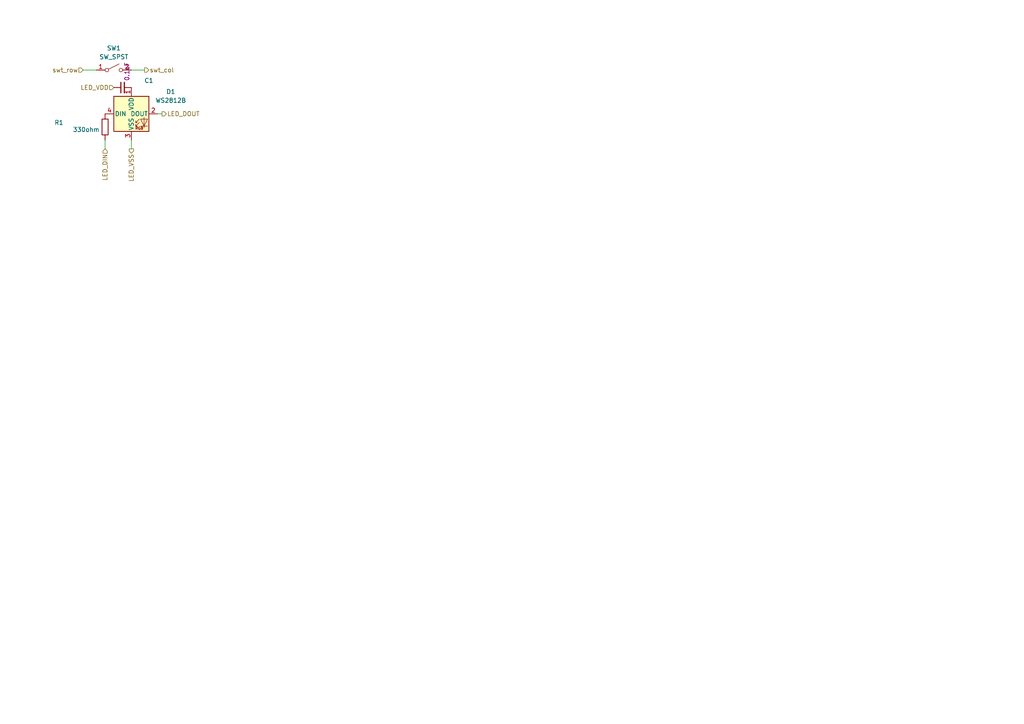
<source format=kicad_sch>
(kicad_sch (version 20250114) (generator "eeschema") (generator_version "9.0")
  (paper "A4")
  (title_block (rev "1 - do not edit connector pin layout.") (company "Henry's Software House"))
  (lib_symbols
    (symbol "LED:WS2812B" (pin_names (offset 0.254))
      (property "Reference" "D" (at 5.08 5.715 0))
      (property "Value" "WS2812B" (at 1.27 -5.715 0))
      (symbol "WS2812B_0_0"
        (text "RGB" (at 2.286 -4.191 0) (effects (font (size 0.762 0.762))))
      )
      (symbol "WS2812B_0_1"
        (polyline (pts (xy 1.27 -2.54) (xy 1.778 -2.54)))
        (polyline (pts (xy 1.27 -3.556) (xy 1.778 -3.556)))
        (polyline (pts (xy 2.286 -1.524) (xy 1.27 -2.54) (xy 1.27 -2.032)))
        (polyline (pts (xy 2.286 -2.54) (xy 1.27 -3.556) (xy 1.27 -3.048)))
        (polyline (pts (xy 3.683 -1.016) (xy 3.683 -3.556) (xy 3.683 -4.064)))
        (polyline (pts (xy 4.699 -1.524) (xy 2.667 -1.524) (xy 3.683 -3.556) (xy 4.699 -1.524)))
        (polyline (pts (xy 4.699 -3.556) (xy 2.667 -3.556)))
        (rectangle (start 5.08 5.08) (end -5.08 -5.08) (stroke (width 0.254)) (fill (type background)))
      )
      (symbol "WS2812B_1_1"
        (pin input line (at -7.62 0 0) (length 2.54) (name "DIN") (number "4"))
        (pin power_in line (at 0 7.62 270) (length 2.54) (name "VDD") (number "1"))
        (pin power_in line (at 0 -7.62 90) (length 2.54) (name "VSS") (number "3"))
        (pin output line (at 7.62 0 180) (length 2.54) (name "DOUT") (number "2"))
      )
    )
    (symbol "PCM_4ms_Capacitor:0.1uF_0603_16V" (pin_numbers (hide yes)) (pin_names (offset 0.254) (hide yes))
      (property "Reference" "C" (at 1.905 1.27 0))
      (property "Display" "0.1uF" (at 1.905 -1.27 0))
      (symbol "0.1uF_0603_16V_0_1"
        (polyline (pts (xy -1.524 0.508) (xy 1.524 0.508)) (stroke (width 0.3048)))
        (polyline (pts (xy -1.524 -0.508) (xy 1.524 -0.508)) (stroke (width 0.3302)))
      )
      (symbol "0.1uF_0603_16V_1_1"
        (pin passive line (at 0 2.54 270) (length 2.032) (name "~") (number "1"))
        (pin passive line (at 0 -2.54 90) (length 2.032) (name "~") (number "2"))
      )
    )
    (symbol "PCM_SL_Resistors:330ohm"
      (property "Reference" "R" (at 0 5.08 0))
      (property "Value" "330ohm" (at 0 2.54 0))
      (symbol "330ohm_0_1"
        (rectangle (start -2.286 0.889) (end 2.286 -0.889) (stroke (width 0.24)))
      )
      (symbol "330ohm_1_1"
        (pin passive line (at -3.81 0 0) (length 1.5) (name "") (number "1"))
        (pin passive line (at 3.81 0 180) (length 1.5) (name "~") (number "2"))
      )
    )
    (symbol "Switch:SW_SPST" (pin_names (offset 0) (hide yes))
      (property "Reference" "SW" (at 0 3.175 0))
      (property "Value" "SW_SPST" (at 0 -2.54 0))
      (symbol "SW_SPST_0_0"
        (circle (center -2.032 0) (radius 0.508))
        (polyline (pts (xy -1.524 0.254) (xy 1.524 1.778)))
        (circle (center 2.032 0) (radius 0.508))
      )
      (symbol "SW_SPST_1_1"
        (pin passive line (at -5.08 0 0) (length 2.54) (name "A") (number "1"))
        (pin passive line (at 5.08 0 180) (length 2.54) (name "B") (number "2"))
      )
    )
  )
  (wire (pts (xy 46.99 33.02) (xy 45.72 33.02)))
  (wire (pts (xy 38.1 43.18) (xy 38.1 40.64)))
  (wire (pts (xy 24.13 20.32) (xy 27.94 20.32)))
  (wire (pts (xy 30.48 43.18) (xy 30.48 40.64)))
  (wire (pts (xy 38.1 20.32) (xy 41.91 20.32)))
  (hierarchical_label "swt_col" (shape output) (at 41.91 20.32 0))
  (hierarchical_label "swt_row" (shape input) (at 24.13 20.32 180))
  (hierarchical_label "LED_VDD" (shape input) (at 33.02 25.4 180))
  (hierarchical_label "LED_DIN" (shape input) (at 30.48 43.18 270))
  (hierarchical_label "LED_DOUT" (shape output) (at 46.99 33.02 0))
  (hierarchical_label "LED_VSS" (shape output) (at 38.1 43.18 270))
  (symbol (lib_id "LED:WS2812B") (at 38.1 33.02 0) (unit 1)
    (property "Reference" "D1" (at 49.53 26.5998 0))
    (property "Value" "WS2812B" (at 49.53 29.1398 0))
    (property "Footprint" "LED_SMD:LED_WS2812B_PLCC4_5.0x5.0mm_P3.2mm" (effects (hide yes)))
    (property "Datasheet" "https://cdn-shop.adafruit.com/datasheets/WS2812B.pdf" (effects (hide yes)))
    (property "Description" "RGB LED with integrated controller" (effects (hide yes)))
    (instances (project "polytonic_matrix_v1" (path "" (reference "D1") (unit 1)) (path "" (reference "D2") (unit 1)) (path "" (reference "D3") (unit 1)) (path "" (reference "D4") (unit 1))))
  )
  (symbol (lib_id "Switch:SW_SPST") (at 33.02 20.32 0) (unit 1)
    (property "Reference" "SW1" (at 33.02 13.97 0))
    (property "Value" "SW_SPST" (at 33.02 16.51 0))
    (property "Footprint" "Button_Switch_Keyboard:SW_Cherry_MX_1.00u_PCB" (effects (hide yes)))
    (property "Description" "Single Pole Single Throw (SPST) switch" (effects (hide yes)))
    (instances (project "polytonic_matrix_v1" (path "" (reference "SW1") (unit 1)) (path "" (reference "SW2") (unit 1)) (path "" (reference "SW3") (unit 1)) (path "" (reference "SW4") (unit 1))))
  )
  (symbol (lib_id "PCM_4ms_Capacitor:0.1uF_0603_16V") (at 35.56 25.4 90) (unit 1)
    (property "Reference" "C1" (at 43.18 23.368 90))
    (property "Value" "0.1uF_0603_16V" (effects (hide yes)))
    (property "Footprint" "Capacitor_SMD:C_0201_0603Metric_Pad0.64x0.40mm_HandSolder" (effects (hide yes)))
    (property "Description" "0.1uF, Min. 16V 10%, X7R or X5R or similar" (effects (hide yes)))
    (property "Specifications" "0.1uF, Min. 16V 10%, X7R or X5R or similar" (effects (hide yes)))
    (property "Manufacturer" "AVX Corporation" (effects (hide yes)))
    (property "Part Number" "0603YC104KAT2A" (effects (hide yes)))
    (property "Display" "0.1uF" (at 36.83 23.495 0) (effects (justify left)))
    (property "JLCPCB ID" "C14663" (effects (hide yes)))
    (instances (project "polytonic_matrix_v1" (path "" (reference "C1") (unit 1)) (path "" (reference "C2") (unit 1)) (path "" (reference "C3") (unit 1)) (path "" (reference "C4") (unit 1))))
  )
  (symbol (lib_id "PCM_SL_Resistors:330ohm") (at 30.48 36.83 270) (unit 1)
    (property "Reference" "R1" (at 15.748 35.56 90) (effects (justify left)))
    (property "Value" "330ohm" (at 21.082 37.592 90) (effects (justify left)))
    (property "Footprint" "Resistor_THT:R_Axial_DIN0207_L6.3mm_D2.5mm_P10.16mm_Horizontal" (effects (hide yes)))
    (property "Description" "330Ω, 1/4W Resistor" (effects (hide yes)))
    (instances (project "polytonic_matrix_v1" (path "" (reference "R1") (unit 1)) (path "" (reference "R2") (unit 1)) (path "" (reference "R3") (unit 1)) (path "" (reference "R4") (unit 1))))
  )
)
</source>
